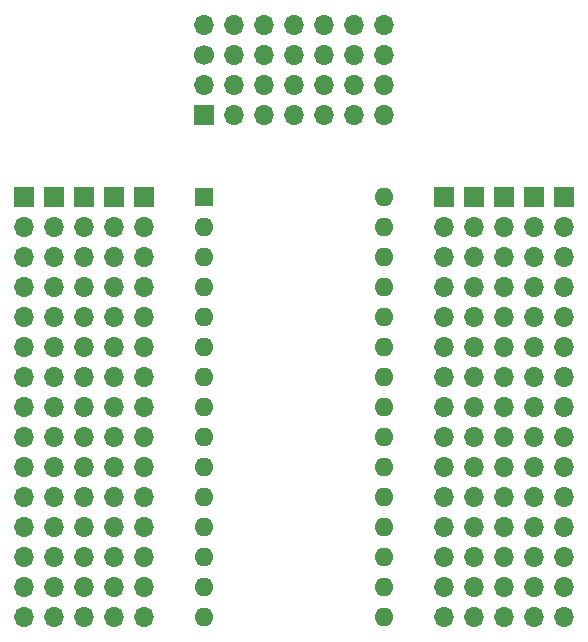
<source format=gbr>
%TF.GenerationSoftware,KiCad,Pcbnew,9.0.0*%
%TF.CreationDate,2025-10-27T19:18:33+01:00*%
%TF.ProjectId,nano breakout,6e616e6f-2062-4726-9561-6b6f75742e6b,rev?*%
%TF.SameCoordinates,Original*%
%TF.FileFunction,Copper,L2,Bot*%
%TF.FilePolarity,Positive*%
%FSLAX46Y46*%
G04 Gerber Fmt 4.6, Leading zero omitted, Abs format (unit mm)*
G04 Created by KiCad (PCBNEW 9.0.0) date 2025-10-27 19:18:33*
%MOMM*%
%LPD*%
G01*
G04 APERTURE LIST*
%TA.AperFunction,ComponentPad*%
%ADD10R,1.700000X1.700000*%
%TD*%
%TA.AperFunction,ComponentPad*%
%ADD11C,1.700000*%
%TD*%
%TA.AperFunction,ComponentPad*%
%ADD12R,1.600000X1.600000*%
%TD*%
%TA.AperFunction,ComponentPad*%
%ADD13O,1.700000X1.700000*%
%TD*%
%TA.AperFunction,ComponentPad*%
%ADD14O,1.600000X1.600000*%
%TD*%
G04 APERTURE END LIST*
D10*
%TO.P,REF\u002A\u002A,1*%
%TO.N,N/C*%
X133760000Y-65970000D03*
X136300000Y-65970000D03*
X138840000Y-65970000D03*
X141380000Y-65970000D03*
X143920000Y-65970000D03*
D11*
X149000000Y-53960000D03*
D10*
X149000000Y-59040000D03*
D12*
X149000000Y-65970000D03*
D10*
X169320000Y-65970000D03*
X171860000Y-65970000D03*
X174400000Y-65970000D03*
X176940000Y-65970000D03*
X179480000Y-65970000D03*
D13*
%TO.P,REF\u002A\u002A,2*%
X133760000Y-68510000D03*
X136300000Y-68510000D03*
X138840000Y-68510000D03*
X141380000Y-68510000D03*
X143920000Y-68510000D03*
X149000000Y-51420000D03*
X149000000Y-56500000D03*
D14*
X149000000Y-68510000D03*
D13*
X169320000Y-68510000D03*
X171860000Y-68510000D03*
X174400000Y-68510000D03*
X176940000Y-68510000D03*
X179480000Y-68510000D03*
%TO.P,REF\u002A\u002A,3*%
X133760000Y-71050000D03*
X136300000Y-71050000D03*
X138840000Y-71050000D03*
X141380000Y-71050000D03*
X143920000Y-71050000D03*
D14*
X149000000Y-71050000D03*
D13*
X151540000Y-53960000D03*
X151540000Y-59040000D03*
X169320000Y-71050000D03*
X171860000Y-71050000D03*
X174400000Y-71050000D03*
X176940000Y-71050000D03*
X179480000Y-71050000D03*
%TO.P,REF\u002A\u002A,4*%
X133760000Y-73590000D03*
X136300000Y-73590000D03*
X138840000Y-73590000D03*
X141380000Y-73590000D03*
X143920000Y-73590000D03*
D14*
X149000000Y-73590000D03*
D13*
X151540000Y-51420000D03*
X151540000Y-56500000D03*
X169320000Y-73590000D03*
X171860000Y-73590000D03*
X174400000Y-73590000D03*
X176940000Y-73590000D03*
X179480000Y-73590000D03*
%TO.P,REF\u002A\u002A,5*%
X133760000Y-76130000D03*
X136300000Y-76130000D03*
X138840000Y-76130000D03*
X141380000Y-76130000D03*
X143920000Y-76130000D03*
D14*
X149000000Y-76130000D03*
D13*
X154080000Y-53960000D03*
X154080000Y-59040000D03*
X169320000Y-76130000D03*
X171860000Y-76130000D03*
X174400000Y-76130000D03*
X176940000Y-76130000D03*
X179480000Y-76130000D03*
%TO.P,REF\u002A\u002A,6*%
X133760000Y-78670000D03*
X136300000Y-78670000D03*
X138840000Y-78670000D03*
X141380000Y-78670000D03*
X143920000Y-78670000D03*
D14*
X149000000Y-78670000D03*
D13*
X154080000Y-51420000D03*
X154080000Y-56500000D03*
X169320000Y-78670000D03*
X171860000Y-78670000D03*
X174400000Y-78670000D03*
X176940000Y-78670000D03*
X179480000Y-78670000D03*
%TO.P,REF\u002A\u002A,7*%
X133760000Y-81210000D03*
X136300000Y-81210000D03*
X138840000Y-81210000D03*
X141380000Y-81210000D03*
X143920000Y-81210000D03*
D14*
X149000000Y-81210000D03*
D13*
X156620000Y-53960000D03*
X156620000Y-59040000D03*
X169320000Y-81210000D03*
X171860000Y-81210000D03*
X174400000Y-81210000D03*
X176940000Y-81210000D03*
X179480000Y-81210000D03*
%TO.P,REF\u002A\u002A,8*%
X133760000Y-83750000D03*
X136300000Y-83750000D03*
X138840000Y-83750000D03*
X141380000Y-83750000D03*
X143920000Y-83750000D03*
D14*
X149000000Y-83750000D03*
D13*
X156620000Y-51420000D03*
X156620000Y-56500000D03*
X169320000Y-83750000D03*
X171860000Y-83750000D03*
X174400000Y-83750000D03*
X176940000Y-83750000D03*
X179480000Y-83750000D03*
%TO.P,REF\u002A\u002A,9*%
X133760000Y-86290000D03*
X136300000Y-86290000D03*
X138840000Y-86290000D03*
X141380000Y-86290000D03*
X143920000Y-86290000D03*
D14*
X149000000Y-86290000D03*
D13*
X159160000Y-53960000D03*
X159160000Y-59040000D03*
X169320000Y-86290000D03*
X171860000Y-86290000D03*
X174400000Y-86290000D03*
X176940000Y-86290000D03*
X179480000Y-86290000D03*
%TO.P,REF\u002A\u002A,10*%
X133760000Y-88830000D03*
X136300000Y-88830000D03*
X138840000Y-88830000D03*
X141380000Y-88830000D03*
X143920000Y-88830000D03*
D14*
X149000000Y-88830000D03*
D13*
X159160000Y-51420000D03*
X159160000Y-56500000D03*
X169320000Y-88830000D03*
X171860000Y-88830000D03*
X174400000Y-88830000D03*
X176940000Y-88830000D03*
X179480000Y-88830000D03*
%TO.P,REF\u002A\u002A,11*%
X133760000Y-91370000D03*
X136300000Y-91370000D03*
X138840000Y-91370000D03*
X141380000Y-91370000D03*
X143920000Y-91370000D03*
D14*
X149000000Y-91370000D03*
D13*
X161700000Y-53960000D03*
X161700000Y-59040000D03*
X169320000Y-91370000D03*
X171860000Y-91370000D03*
X174400000Y-91370000D03*
X176940000Y-91370000D03*
X179480000Y-91370000D03*
%TO.P,REF\u002A\u002A,12*%
X133760000Y-93910000D03*
X136300000Y-93910000D03*
X138840000Y-93910000D03*
X141380000Y-93910000D03*
X143920000Y-93910000D03*
D14*
X149000000Y-93910000D03*
D13*
X161700000Y-51420000D03*
X161700000Y-56500000D03*
X169320000Y-93910000D03*
X171860000Y-93910000D03*
X174400000Y-93910000D03*
X176940000Y-93910000D03*
X179480000Y-93910000D03*
%TO.P,REF\u002A\u002A,13*%
X133760000Y-96450000D03*
X136300000Y-96450000D03*
X138840000Y-96450000D03*
X141380000Y-96450000D03*
X143920000Y-96450000D03*
D14*
X149000000Y-96450000D03*
D13*
X164240000Y-53960000D03*
X164240000Y-59040000D03*
X169320000Y-96450000D03*
X171860000Y-96450000D03*
X174400000Y-96450000D03*
X176940000Y-96450000D03*
X179480000Y-96450000D03*
%TO.P,REF\u002A\u002A,14*%
X133760000Y-98990000D03*
X136300000Y-98990000D03*
X138840000Y-98990000D03*
X141380000Y-98990000D03*
X143920000Y-98990000D03*
D14*
X149000000Y-98990000D03*
D13*
X164240000Y-51420000D03*
X164240000Y-56500000D03*
X169320000Y-98990000D03*
X171860000Y-98990000D03*
X174400000Y-98990000D03*
X176940000Y-98990000D03*
X179480000Y-98990000D03*
%TO.P,REF\u002A\u002A,15*%
X133760000Y-101530000D03*
X136300000Y-101530000D03*
X138840000Y-101530000D03*
X141380000Y-101530000D03*
X143920000Y-101530000D03*
D14*
X149000000Y-101530000D03*
D13*
X169320000Y-101530000D03*
X171860000Y-101530000D03*
X174400000Y-101530000D03*
X176940000Y-101530000D03*
X179480000Y-101530000D03*
D14*
%TO.P,REF\u002A\u002A,16*%
X164240000Y-101530000D03*
%TO.P,REF\u002A\u002A,17*%
X164240000Y-98990000D03*
%TO.P,REF\u002A\u002A,18*%
X164240000Y-96450000D03*
%TO.P,REF\u002A\u002A,19*%
X164240000Y-93910000D03*
%TO.P,REF\u002A\u002A,20*%
X164240000Y-91370000D03*
%TO.P,REF\u002A\u002A,21*%
X164240000Y-88830000D03*
%TO.P,REF\u002A\u002A,22*%
X164240000Y-86290000D03*
%TO.P,REF\u002A\u002A,23*%
X164240000Y-83750000D03*
%TO.P,REF\u002A\u002A,24*%
X164240000Y-81210000D03*
%TO.P,REF\u002A\u002A,25*%
X164240000Y-78670000D03*
%TO.P,REF\u002A\u002A,26*%
X164240000Y-76130000D03*
%TO.P,REF\u002A\u002A,27*%
X164240000Y-73590000D03*
%TO.P,REF\u002A\u002A,28*%
X164240000Y-71050000D03*
%TO.P,REF\u002A\u002A,29*%
X164240000Y-68510000D03*
%TO.P,REF\u002A\u002A,30*%
X164240000Y-65970000D03*
%TD*%
M02*

</source>
